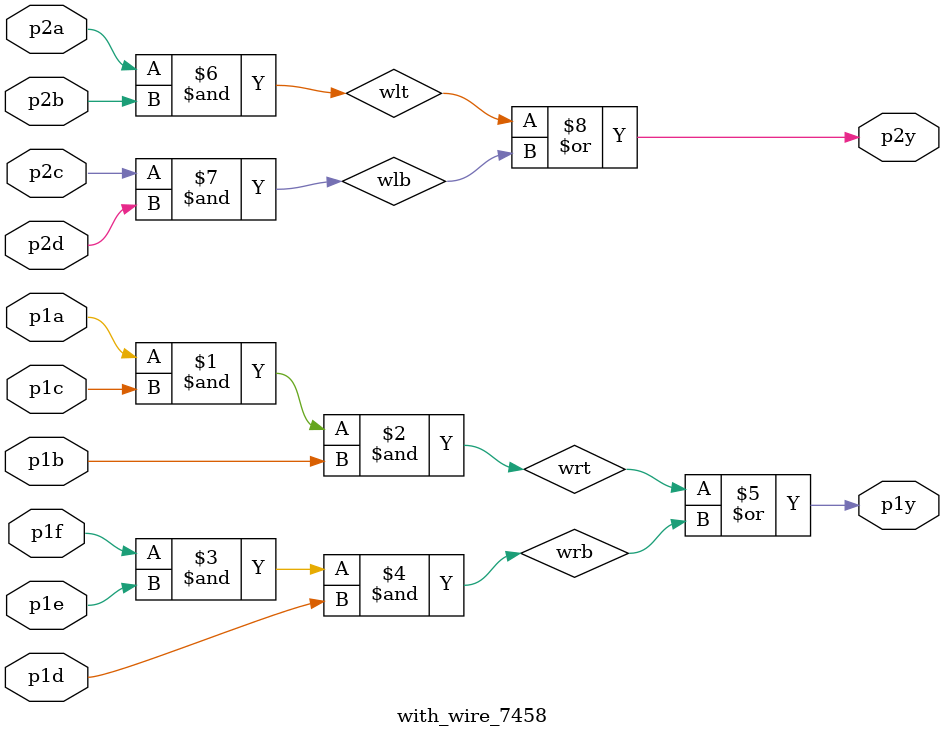
<source format=v>
module top_module ( 
    input p1a, p1b, p1c, p1d, p1e, p1f,
    output p1y,
    input p2a, p2b, p2c, p2d,
    output p2y );

    simplified_7458 instance1 (
        .p1a(p1a),
        .p1b(p1b),
        .p1c(p1c),
        .p1d(p1d),
        .p1e(p1e),
        .p1f(p1f),
        .p1y(p1y),
        .p2a(p2a),
        .p2b(p2b),
        .p2c(p2c),
        .p2d(p2d),
        .p2y(p2y)
    );

endmodule

module simplified_7458 ( 
    input p1a, p1b, p1c, p1d, p1e, p1f,
    output p1y,
    input p2a, p2b, p2c, p2d,
    output p2y );

    assign p1y = (p1a & p1c & p1b) | (p1f & p1e & p1d);
    assign p2y = (p2a & p2b) | (p2c & p2d);

endmodule

module with_wire_7458 ( 
    input p1a, p1b, p1c, p1d, p1e, p1f,
    output p1y,
    input p2a, p2b, p2c, p2d,
    output p2y );

    wire wlt,wlb,wrt,wrb; // wire left top, wire left bottom, wire right top, wire right bottom

    assign wrt = p1a & p1c & p1b;
    assign wrb = p1f & p1e & p1d;
    assign p1y = wrt | wrb;

    assign wlt = p2a & p2b;
    assign wlb = p2c & p2d;
    assign p2y = wlt | wlb;

endmodule

</source>
